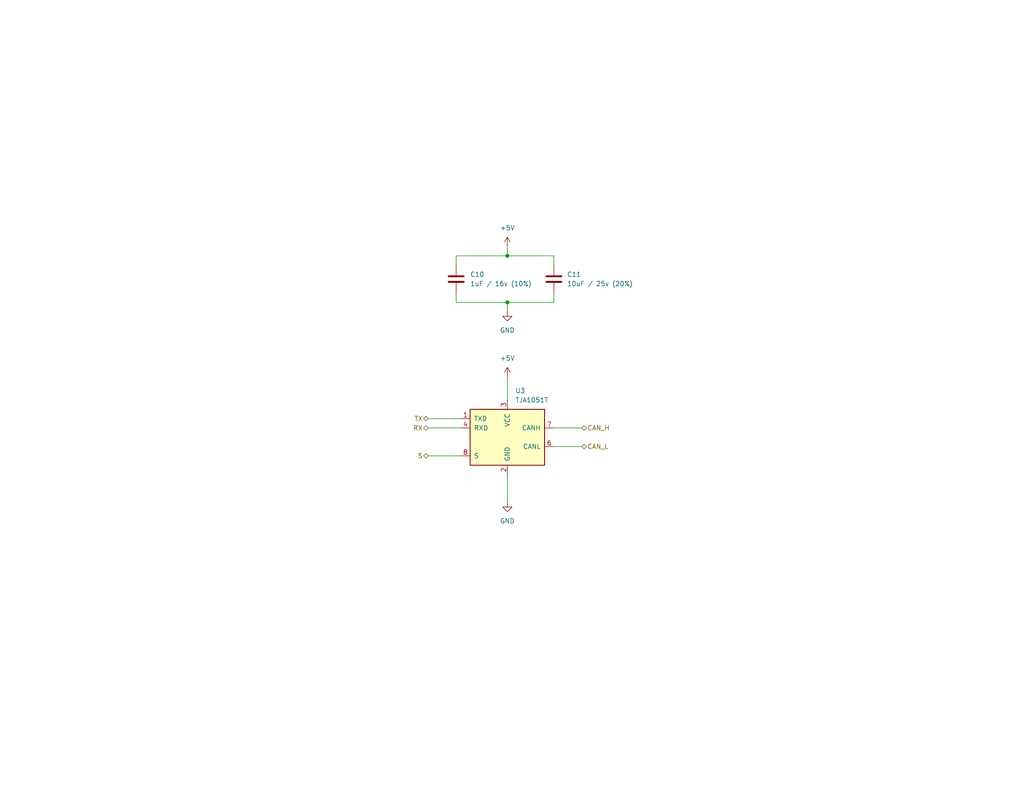
<source format=kicad_sch>
(kicad_sch (version 20250114) (generator "eeschema") (generator_version "9.0")
  (paper "USLetter")
  (title_block (title "TJA1051T Can Bus Tranciever") (date "2025-09-05") (rev "1") (company "FireLabs") (comment 1 "Adaléa Reed"))
  (lib_symbols
    (symbol "Device:C" (pin_numbers (hide yes)) (pin_names (offset 0.254))
      (property "Reference" "C" (at 0.635 2.54 0))
      (property "Value" "C" (at 0.635 -2.54 0))
      (symbol "C_0_1"
        (polyline (pts (xy -2.032 0.762) (xy 2.032 0.762)) (stroke (width 0.508)))
        (polyline (pts (xy -2.032 -0.762) (xy 2.032 -0.762)) (stroke (width 0.508)))
      )
      (symbol "C_1_1"
        (pin passive line (at 0 3.81 270) (length 2.794) (name "~") (number "1"))
        (pin passive line (at 0 -3.81 90) (length 2.794) (name "~") (number "2"))
      )
    )
    (symbol "Interface_CAN_LIN:TJA1051T" (pin_names (offset 1.016))
      (property "Reference" "U" (at -10.16 8.89 0))
      (property "Value" "TJA1051T" (at 1.27 8.89 0))
      (symbol "TJA1051T_0_1"
        (rectangle (start -10.16 7.62) (end 10.16 -7.62) (stroke (width 0.254)) (fill (type background)))
      )
      (symbol "TJA1051T_1_1"
        (pin input line (at -12.7 5.08 0) (length 2.54) (name "TXD") (number "1"))
        (pin output line (at -12.7 2.54 0) (length 2.54) (name "RXD") (number "4"))
        (pin input line (at -12.7 -5.08 0) (length 2.54) (name "S") (number "8"))
        (pin no_connect line (at -10.16 -2.54 0) (length 2.54) (hide yes) (name "NC") (number "5"))
        (pin power_in line (at 0 10.16 270) (length 2.54) (name "VCC") (number "3"))
        (pin power_in line (at 0 -10.16 90) (length 2.54) (name "GND") (number "2"))
        (pin bidirectional line (at 12.7 2.54 180) (length 2.54) (name "CANH") (number "7"))
        (pin bidirectional line (at 12.7 -2.54 180) (length 2.54) (name "CANL") (number "6"))
      )
    )
    (symbol "power:+5V" (power) (pin_numbers (hide yes)) (pin_names (offset 0) (hide yes))
      (property "Value" "+5V" (at 0 3.556 0))
      (symbol "+5V_0_1"
        (polyline (pts (xy -0.762 1.27) (xy 0 2.54)))
        (polyline (pts (xy 0 2.54) (xy 0.762 1.27)))
        (polyline (pts (xy 0 0) (xy 0 2.54)))
      )
      (symbol "+5V_1_1"
        (pin power_in line (at 0 0 90) (length 0) (name "~") (number "1"))
      )
    )
    (symbol "power:GND" (power) (pin_numbers (hide yes)) (pin_names (offset 0) (hide yes))
      (property "Value" "GND" (at 0 -3.81 0))
      (symbol "GND_0_1"
        (polyline (pts (xy 0 0) (xy 0 -1.27) (xy 1.27 -1.27) (xy 0 -2.54) (xy -1.27 -1.27) (xy 0 -1.27)))
      )
      (symbol "GND_1_1"
        (pin power_in line (at 0 0 270) (length 0) (name "~") (number "1"))
      )
    )
  )
  (junction (at 138.43 82.55))
  (junction (at 138.43 69.85))
  (wire (pts (xy 138.43 82.55) (xy 151.13 82.55)))
  (wire (pts (xy 124.46 69.85) (xy 138.43 69.85)))
  (wire (pts (xy 116.84 116.84) (xy 125.73 116.84)))
  (wire (pts (xy 151.13 121.92) (xy 158.75 121.92)))
  (wire (pts (xy 138.43 82.55) (xy 138.43 85.09)))
  (wire (pts (xy 151.13 82.55) (xy 151.13 80.01)))
  (wire (pts (xy 116.84 124.46) (xy 125.73 124.46)))
  (wire (pts (xy 138.43 69.85) (xy 151.13 69.85)))
  (wire (pts (xy 124.46 82.55) (xy 138.43 82.55)))
  (wire (pts (xy 124.46 72.39) (xy 124.46 69.85)))
  (wire (pts (xy 151.13 69.85) (xy 151.13 72.39)))
  (wire (pts (xy 138.43 67.31) (xy 138.43 69.85)))
  (wire (pts (xy 116.84 114.3) (xy 125.73 114.3)))
  (wire (pts (xy 124.46 80.01) (xy 124.46 82.55)))
  (wire (pts (xy 138.43 129.54) (xy 138.43 137.16)))
  (wire (pts (xy 151.13 116.84) (xy 158.75 116.84)))
  (wire (pts (xy 138.43 102.87) (xy 138.43 109.22)))
  (hierarchical_label "CAN_L" (shape bidirectional) (at 158.75 121.92 0))
  (hierarchical_label "S" (shape bidirectional) (at 116.84 124.46 180))
  (hierarchical_label "CAN_H" (shape bidirectional) (at 158.75 116.84 0))
  (hierarchical_label "RX" (shape bidirectional) (at 116.84 116.84 180))
  (hierarchical_label "TX" (shape bidirectional) (at 116.84 114.3 180))
  (symbol (lib_id "power:+5V") (at 138.43 67.31 0) (unit 1)
    (property "Reference" "#PWR0129" (effects (hide yes)))
    (property "Value" "+5V" (at 138.43 62.23 0))
    (property "Description" "Power symbol creates a global label with name \"+5V\"" (effects (hide yes)))
  )
  (symbol (lib_id "Device:C") (at 124.46 76.2 0) (unit 1)
    (property "Reference" "C10" (at 128.27 74.9299 0) (effects (justify left)))
    (property "Value" "1uF / 16v (10%)" (at 128.27 77.47 0) (effects (justify left)))
    (property "Footprint" "Capacitor_SMD:C_0603_1608Metric" (effects (hide yes)))
  )
  (symbol (lib_id "Device:C") (at 151.13 76.2 0) (unit 1)
    (property "Reference" "C11" (at 154.686 74.93 0) (effects (justify left)))
    (property "Value" "10uF / 25v (20%)" (at 154.686 77.47 0) (effects (justify left)))
    (property "Footprint" "Capacitor_SMD:C_0603_1608Metric" (effects (hide yes)))
    (property "DigiKey" "1276-1869-1-ND" (effects (hide yes)))
  )
  (symbol (lib_id "Interface_CAN_LIN:TJA1051T") (at 138.43 119.38 0) (unit 1)
    (property "Reference" "U3" (at 140.5733 106.68 0) (effects (justify left)))
    (property "Value" "TJA1051T" (at 140.5733 109.22 0) (effects (justify left)))
    (property "Footprint" "Package_SO:SOIC-8_3.9x4.9mm_P1.27mm" (effects (hide yes)))
    (property "Datasheet" "http://www.nxp.com/docs/en/data-sheet/TJA1051.pdf" (effects (hide yes)))
    (property "Description" "High-Speed CAN Transceiver, silent mode, SOIC-8" (effects (hide yes)))
  )
  (symbol (lib_id "power:GND") (at 138.43 137.16 0) (unit 1)
    (property "Reference" "#PWR0130" (effects (hide yes)))
    (property "Value" "GND" (at 138.43 142.24 0))
    (property "Description" "Power symbol creates a global label with name \"GND\" , ground" (effects (hide yes)))
  )
  (symbol (lib_id "power:GND") (at 138.43 85.09 0) (unit 1)
    (property "Reference" "#PWR0128" (effects (hide yes)))
    (property "Value" "GND" (at 138.43 90.17 0))
    (property "Description" "Power symbol creates a global label with name \"GND\" , ground" (effects (hide yes)))
  )
  (symbol (lib_id "power:+5V") (at 138.43 102.87 0) (unit 1)
    (property "Reference" "#PWR0127" (effects (hide yes)))
    (property "Value" "+5V" (at 138.43 97.79 0))
    (property "Description" "Power symbol creates a global label with name \"+5V\"" (effects (hide yes)))
  )
)
</source>
